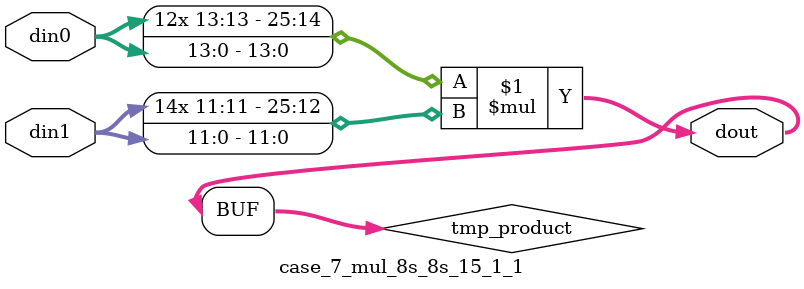
<source format=v>

`timescale 1 ns / 1 ps

 module case_7_mul_8s_8s_15_1_1(din0, din1, dout);
parameter ID = 1;
parameter NUM_STAGE = 0;
parameter din0_WIDTH = 14;
parameter din1_WIDTH = 12;
parameter dout_WIDTH = 26;

input [din0_WIDTH - 1 : 0] din0; 
input [din1_WIDTH - 1 : 0] din1; 
output [dout_WIDTH - 1 : 0] dout;

wire signed [dout_WIDTH - 1 : 0] tmp_product;



























assign tmp_product = $signed(din0) * $signed(din1);








assign dout = tmp_product;





















endmodule

</source>
